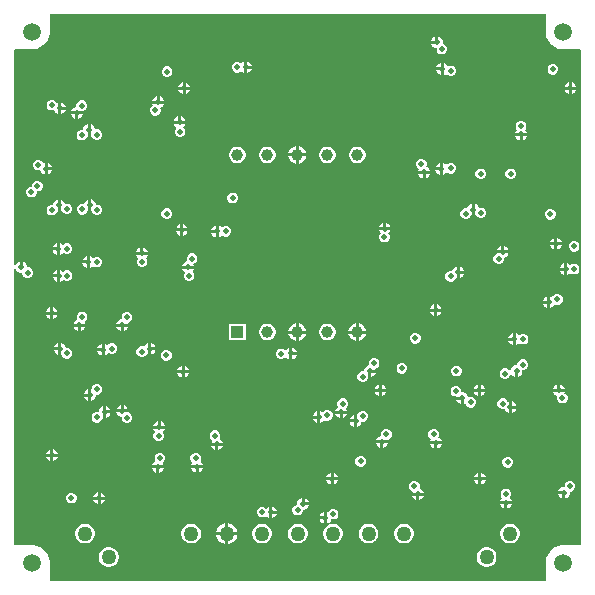
<source format=gbr>
G04*
G04 #@! TF.GenerationSoftware,Altium Limited,Altium Designer,23.8.1 (32)*
G04*
G04 Layer_Physical_Order=5*
G04 Layer_Color=16737945*
%FSLAX44Y44*%
%MOMM*%
G71*
G04*
G04 #@! TF.SameCoordinates,4E8033DB-9698-49A7-8747-1B8CF0FAEC2F*
G04*
G04*
G04 #@! TF.FilePolarity,Positive*
G04*
G01*
G75*
%ADD18C,1.0000*%
%ADD19R,1.0000X1.0000*%
%ADD20C,1.5000*%
%ADD21C,0.5000*%
%ADD22C,1.2700*%
G36*
X460023Y474915D02*
X460095Y473451D01*
X460666Y470580D01*
X461786Y467876D01*
X463412Y465442D01*
X465482Y463372D01*
X467916Y461746D01*
X470621Y460625D01*
X473492Y460054D01*
X474955Y459982D01*
X475045D01*
X489103Y459985D01*
X490001Y459087D01*
X490009Y39997D01*
X474997Y39987D01*
X473528Y39915D01*
X470645Y39342D01*
X467931Y38217D01*
X465487Y36585D01*
X463410Y34507D01*
X461777Y32064D01*
X460652Y29349D01*
X460079Y26467D01*
X460007Y24997D01*
X459995D01*
X460000Y10904D01*
X459102Y10006D01*
X40000Y9994D01*
X39998Y24995D01*
X39926Y26465D01*
X39352Y29348D01*
X38227Y32065D01*
X36594Y34509D01*
X34515Y36588D01*
X32070Y38222D01*
X29354Y39347D01*
X26470Y39921D01*
X25000Y39993D01*
X10007Y39994D01*
X9997Y273874D01*
X11266Y274127D01*
X11784Y272876D01*
X13202Y271458D01*
X15055Y270691D01*
X16769D01*
Y270011D01*
X17454Y268357D01*
X18720Y267091D01*
X20374Y266406D01*
X22164D01*
X23818Y267091D01*
X25084Y268357D01*
X25769Y270011D01*
Y271801D01*
X25084Y273455D01*
X23818Y274721D01*
X22164Y275406D01*
X21097D01*
Y276733D01*
X20330Y278586D01*
X18912Y280004D01*
X17327Y280660D01*
Y275731D01*
X14787D01*
Y280660D01*
X13202Y280004D01*
X11784Y278586D01*
X11266Y277335D01*
X9996Y277588D01*
X9988Y459098D01*
X10886Y459996D01*
X25003Y459990D01*
Y460028D01*
X26472Y460101D01*
X29353Y460674D01*
X32068Y461798D01*
X34511Y463431D01*
X36589Y465508D01*
X38221Y467951D01*
X39345Y470666D01*
X39918Y473547D01*
X39991Y475017D01*
X40026Y489974D01*
X40026Y489974D01*
X459994Y489988D01*
X460023Y474915D01*
D02*
G37*
%LPC*%
G36*
X366444Y470789D02*
X364859Y470133D01*
X363441Y468715D01*
X362785Y467130D01*
X366444D01*
Y470789D01*
D02*
G37*
G36*
X368984D02*
Y465860D01*
X367714D01*
Y464590D01*
X362785D01*
X363441Y463005D01*
X364859Y461588D01*
X366712Y460820D01*
X367676D01*
Y459365D01*
X368361Y457711D01*
X369627Y456445D01*
X371281Y455760D01*
X373071D01*
X374725Y456445D01*
X375991Y457711D01*
X376676Y459365D01*
Y461155D01*
X375991Y462809D01*
X374725Y464075D01*
X373071Y464760D01*
X373008D01*
X372754Y464858D01*
Y466863D01*
X371987Y468715D01*
X370569Y470133D01*
X368984Y470789D01*
D02*
G37*
G36*
X204824Y449639D02*
X203239Y448983D01*
X202149Y447892D01*
X201389Y448652D01*
X199735Y449337D01*
X197945D01*
X196291Y448652D01*
X195025Y447386D01*
X194340Y445732D01*
Y443942D01*
X195025Y442288D01*
X196291Y441022D01*
X197945Y440337D01*
X199735D01*
X201389Y441022D01*
X202021Y441655D01*
X203239Y440437D01*
X204824Y439781D01*
Y444710D01*
Y449639D01*
D02*
G37*
G36*
X207364D02*
Y445980D01*
X211023D01*
X210366Y447565D01*
X208949Y448983D01*
X207364Y449639D01*
D02*
G37*
G36*
X371177Y448417D02*
X369592Y447761D01*
X368174Y446343D01*
X367517Y444758D01*
X371177D01*
Y448417D01*
D02*
G37*
G36*
X211023Y443440D02*
X207364D01*
Y439781D01*
X208949Y440437D01*
X210366Y441855D01*
X211023Y443440D01*
D02*
G37*
G36*
X466999Y447587D02*
X465209D01*
X463555Y446902D01*
X462289Y445636D01*
X461604Y443982D01*
Y442192D01*
X462289Y440538D01*
X463555Y439272D01*
X465209Y438587D01*
X466999D01*
X468653Y439272D01*
X469919Y440538D01*
X470604Y442192D01*
Y443982D01*
X469919Y445636D01*
X468653Y446902D01*
X466999Y447587D01*
D02*
G37*
G36*
X371177Y442218D02*
X367517D01*
X368174Y440633D01*
X369592Y439215D01*
X371177Y438559D01*
Y442218D01*
D02*
G37*
G36*
X373717Y448417D02*
Y443488D01*
Y438559D01*
X374541Y438900D01*
X375449Y439131D01*
X376442Y438559D01*
X377051Y437950D01*
X378705Y437265D01*
X380495D01*
X382149Y437950D01*
X383415Y439216D01*
X384100Y440870D01*
Y442660D01*
X383415Y444314D01*
X382149Y445580D01*
X380495Y446265D01*
X378705D01*
X377051Y445580D01*
X377034Y445583D01*
X376719Y446343D01*
X375302Y447761D01*
X373717Y448417D01*
D02*
G37*
G36*
X140344Y445696D02*
X138554D01*
X136900Y445011D01*
X135634Y443745D01*
X134949Y442091D01*
Y440301D01*
X135634Y438647D01*
X136900Y437381D01*
X138554Y436696D01*
X140344D01*
X141998Y437381D01*
X143264Y438647D01*
X143949Y440301D01*
Y442091D01*
X143264Y443745D01*
X141998Y445011D01*
X140344Y445696D01*
D02*
G37*
G36*
X482184Y432049D02*
Y428390D01*
X485843D01*
X485187Y429975D01*
X483769Y431393D01*
X482184Y432049D01*
D02*
G37*
G36*
X479644D02*
X478059Y431393D01*
X476641Y429975D01*
X475985Y428390D01*
X479644D01*
Y432049D01*
D02*
G37*
G36*
X155125D02*
Y428390D01*
X158784D01*
X158127Y429975D01*
X156710Y431393D01*
X155125Y432049D01*
D02*
G37*
G36*
X152585D02*
X151000Y431393D01*
X149582Y429975D01*
X148926Y428390D01*
X152585D01*
Y432049D01*
D02*
G37*
G36*
X485843Y425850D02*
X482184D01*
Y422191D01*
X483769Y422847D01*
X485187Y424265D01*
X485843Y425850D01*
D02*
G37*
G36*
X479644D02*
X475985D01*
X476641Y424265D01*
X478059Y422847D01*
X479644Y422191D01*
Y425850D01*
D02*
G37*
G36*
X158784D02*
X155125D01*
Y422191D01*
X156710Y422847D01*
X158127Y424265D01*
X158784Y425850D01*
D02*
G37*
G36*
X152585D02*
X148926D01*
X149582Y424265D01*
X151000Y422847D01*
X152585Y422191D01*
Y425850D01*
D02*
G37*
G36*
X133197Y420064D02*
Y416404D01*
X136856D01*
X136200Y417989D01*
X134782Y419407D01*
X133197Y420064D01*
D02*
G37*
G36*
X130657D02*
X129072Y419407D01*
X127655Y417989D01*
X126998Y416404D01*
X130657D01*
Y420064D01*
D02*
G37*
G36*
X49862Y414890D02*
Y411231D01*
X53521D01*
X52865Y412816D01*
X51447Y414233D01*
X49862Y414890D01*
D02*
G37*
G36*
X67951Y416918D02*
X66161D01*
X64507Y416233D01*
X63241Y414967D01*
X62556Y413313D01*
Y411523D01*
X62424Y411325D01*
X62078D01*
X60225Y410558D01*
X58808Y409140D01*
X58151Y407555D01*
X68349D01*
X69046Y408371D01*
X69605Y408603D01*
X70871Y409869D01*
X71556Y411523D01*
Y413313D01*
X70871Y414967D01*
X69605Y416233D01*
X67951Y416918D01*
D02*
G37*
G36*
X53521Y408691D02*
X49862D01*
Y405032D01*
X51447Y405688D01*
X52865Y407106D01*
X53521Y408691D01*
D02*
G37*
G36*
X42795Y417290D02*
X41005D01*
X39351Y416605D01*
X38085Y415340D01*
X37400Y413686D01*
Y411895D01*
X38085Y410242D01*
X39351Y408976D01*
X41005Y408290D01*
X42795D01*
X43677Y408656D01*
X44320Y407106D01*
X45737Y405688D01*
X47322Y405032D01*
Y409961D01*
Y414890D01*
X46109Y414388D01*
X45715Y415340D01*
X44449Y416605D01*
X42795Y417290D01*
D02*
G37*
G36*
X136856Y413865D02*
X126998D01*
X127606Y412398D01*
X126900Y412106D01*
X125634Y410840D01*
X124949Y409186D01*
Y407396D01*
X125634Y405742D01*
X126900Y404476D01*
X128554Y403791D01*
X130344D01*
X131998Y404476D01*
X133264Y405742D01*
X133949Y407396D01*
Y409186D01*
X133478Y410322D01*
X134782Y410862D01*
X136200Y412280D01*
X136856Y413865D01*
D02*
G37*
G36*
X68010Y405015D02*
X64350D01*
Y401356D01*
X65935Y402013D01*
X67353Y403430D01*
X68010Y405015D01*
D02*
G37*
G36*
X61810D02*
X58151D01*
X58808Y403430D01*
X60225Y402013D01*
X61810Y401356D01*
Y405015D01*
D02*
G37*
G36*
X151252Y403371D02*
Y399712D01*
X154911D01*
X154255Y401297D01*
X152837Y402714D01*
X151252Y403371D01*
D02*
G37*
G36*
X148712D02*
X147127Y402714D01*
X145709Y401297D01*
X145053Y399712D01*
X148712D01*
Y403371D01*
D02*
G37*
G36*
X439993Y399488D02*
X438203D01*
X436549Y398802D01*
X435283Y397537D01*
X434598Y395883D01*
Y394092D01*
X435283Y392439D01*
X435954Y391768D01*
X434953Y390767D01*
X434297Y389182D01*
X444155D01*
X443499Y390767D01*
X442370Y391895D01*
X442913Y392439D01*
X443598Y394092D01*
Y395883D01*
X442913Y397537D01*
X441647Y398802D01*
X439993Y399488D01*
D02*
G37*
G36*
X154911Y397172D02*
X145053D01*
X145709Y395587D01*
X147127Y394169D01*
X147313Y393231D01*
X146700Y392618D01*
X146015Y390964D01*
Y389174D01*
X146700Y387520D01*
X147966Y386254D01*
X149620Y385569D01*
X151410D01*
X153064Y386254D01*
X154330Y387520D01*
X155015Y389174D01*
Y390964D01*
X154330Y392618D01*
X153638Y393310D01*
X153078Y393910D01*
X153638Y394970D01*
X154255Y395587D01*
X154911Y397172D01*
D02*
G37*
G36*
X74917Y396750D02*
Y391820D01*
Y386572D01*
X75803Y385884D01*
X76132Y385089D01*
X77398Y383824D01*
X79052Y383139D01*
X80842D01*
X82496Y383824D01*
X83762Y385089D01*
X84447Y386743D01*
Y388534D01*
X83762Y390188D01*
X82496Y391453D01*
X80842Y392138D01*
X79052D01*
X78687Y392382D01*
Y392823D01*
X77920Y394675D01*
X76502Y396093D01*
X74917Y396750D01*
D02*
G37*
G36*
X444155Y386642D02*
X440496D01*
Y382983D01*
X442081Y383639D01*
X443499Y385057D01*
X444155Y386642D01*
D02*
G37*
G36*
X437956D02*
X434297D01*
X434953Y385057D01*
X436371Y383639D01*
X437956Y382983D01*
Y386642D01*
D02*
G37*
G36*
X72377Y396750D02*
X70792Y396093D01*
X69374Y394675D01*
X68607Y392823D01*
Y392199D01*
X68195Y391924D01*
X66405D01*
X64751Y391239D01*
X63485Y389973D01*
X62800Y388319D01*
Y386529D01*
X63485Y384875D01*
X64751Y383609D01*
X66405Y382924D01*
X68195D01*
X69849Y383609D01*
X71115Y384875D01*
X71527Y385869D01*
X72377Y386562D01*
Y391820D01*
Y396750D01*
D02*
G37*
G36*
X250910Y378106D02*
Y371910D01*
X257106D01*
X256666Y373550D01*
X255674Y375270D01*
X254270Y376674D01*
X252550Y377666D01*
X250910Y378106D01*
D02*
G37*
G36*
X248370D02*
X246730Y377666D01*
X245010Y376674D01*
X243606Y375270D01*
X242614Y373550D01*
X242174Y371910D01*
X248370D01*
Y378106D01*
D02*
G37*
G36*
X301362Y377640D02*
X299519D01*
X297738Y377163D01*
X296142Y376241D01*
X294839Y374938D01*
X293917Y373342D01*
X293440Y371562D01*
Y369719D01*
X293917Y367938D01*
X294839Y366342D01*
X296142Y365039D01*
X297738Y364117D01*
X299519Y363640D01*
X301362D01*
X303142Y364117D01*
X304738Y365039D01*
X306041Y366342D01*
X306963Y367938D01*
X307440Y369719D01*
Y371562D01*
X306963Y373342D01*
X306041Y374938D01*
X304738Y376241D01*
X303142Y377163D01*
X301362Y377640D01*
D02*
G37*
G36*
X275962D02*
X274118D01*
X272338Y377163D01*
X270742Y376241D01*
X269439Y374938D01*
X268517Y373342D01*
X268040Y371562D01*
Y369719D01*
X268517Y367938D01*
X269439Y366342D01*
X270742Y365039D01*
X272338Y364117D01*
X274118Y363640D01*
X275962D01*
X277742Y364117D01*
X279338Y365039D01*
X280641Y366342D01*
X281563Y367938D01*
X282040Y369719D01*
Y371562D01*
X281563Y373342D01*
X280641Y374938D01*
X279338Y376241D01*
X277742Y377163D01*
X275962Y377640D01*
D02*
G37*
G36*
X225162D02*
X223319D01*
X221538Y377163D01*
X219942Y376241D01*
X218639Y374938D01*
X217717Y373342D01*
X217240Y371562D01*
Y369719D01*
X217717Y367938D01*
X218639Y366342D01*
X219942Y365039D01*
X221538Y364117D01*
X223319Y363640D01*
X225162D01*
X226942Y364117D01*
X228538Y365039D01*
X229841Y366342D01*
X230763Y367938D01*
X231240Y369719D01*
Y371562D01*
X230763Y373342D01*
X229841Y374938D01*
X228538Y376241D01*
X226942Y377163D01*
X225162Y377640D01*
D02*
G37*
G36*
X199762D02*
X197918D01*
X196138Y377163D01*
X194542Y376241D01*
X193239Y374938D01*
X192317Y373342D01*
X191840Y371562D01*
Y369719D01*
X192317Y367938D01*
X193239Y366342D01*
X194542Y365039D01*
X196138Y364117D01*
X197918Y363640D01*
X199762D01*
X201542Y364117D01*
X203138Y365039D01*
X204441Y366342D01*
X205363Y367938D01*
X205840Y369719D01*
Y371562D01*
X205363Y373342D01*
X204441Y374938D01*
X203138Y376241D01*
X201542Y377163D01*
X199762Y377640D01*
D02*
G37*
G36*
X257106Y369370D02*
X250910D01*
Y363174D01*
X252550Y363614D01*
X254270Y364607D01*
X255674Y366010D01*
X256666Y367730D01*
X257106Y369370D01*
D02*
G37*
G36*
X248370D02*
X242174D01*
X242614Y367730D01*
X243606Y366010D01*
X245010Y364607D01*
X246730Y363614D01*
X248370Y363174D01*
Y369370D01*
D02*
G37*
G36*
X380495Y363782D02*
X378705D01*
X377051Y363097D01*
X376599Y362645D01*
X374838Y362610D01*
X374408Y363040D01*
X372823Y363697D01*
Y358768D01*
Y353838D01*
X374408Y354495D01*
X375826Y355913D01*
X376476Y356042D01*
X377051Y355467D01*
X378705Y354782D01*
X380495D01*
X382149Y355467D01*
X383415Y356732D01*
X384100Y358386D01*
Y360177D01*
X383415Y361831D01*
X382149Y363097D01*
X380495Y363782D01*
D02*
G37*
G36*
X38551Y363928D02*
Y360269D01*
X42211D01*
X41554Y361853D01*
X40136Y363271D01*
X38551Y363928D01*
D02*
G37*
G36*
X370283Y363697D02*
X368698Y363040D01*
X367280Y361622D01*
X366624Y360037D01*
X370283D01*
Y363697D01*
D02*
G37*
G36*
X355734Y367095D02*
X353944D01*
X352290Y366410D01*
X351024Y365144D01*
X350339Y363490D01*
Y361700D01*
X351024Y360046D01*
X352290Y358780D01*
X352796Y358570D01*
X352149Y357007D01*
X362007D01*
X361351Y358591D01*
X359933Y360009D01*
X358829Y360467D01*
X359339Y361700D01*
Y363490D01*
X358654Y365144D01*
X357388Y366410D01*
X355734Y367095D01*
D02*
G37*
G36*
X42211Y357729D02*
X38551D01*
Y354069D01*
X40136Y354726D01*
X41554Y356144D01*
X42211Y357729D01*
D02*
G37*
G36*
X31256Y366519D02*
X29466D01*
X27812Y365834D01*
X26546Y364568D01*
X25861Y362914D01*
Y361124D01*
X26546Y359470D01*
X27812Y358204D01*
X29466Y357519D01*
X31256D01*
X32266Y357937D01*
X33009Y356144D01*
X34427Y354726D01*
X36011Y354069D01*
Y358999D01*
Y363928D01*
X34671Y363373D01*
X34176Y364568D01*
X32910Y365834D01*
X31256Y366519D01*
D02*
G37*
G36*
X370283Y357497D02*
X366624D01*
X367280Y355913D01*
X368698Y354495D01*
X370283Y353838D01*
Y357497D01*
D02*
G37*
G36*
X362007Y354467D02*
X358348D01*
Y350807D01*
X359933Y351464D01*
X361351Y352882D01*
X362007Y354467D01*
D02*
G37*
G36*
X355808D02*
X352149D01*
X352805Y352882D01*
X354223Y351464D01*
X355808Y350807D01*
Y354467D01*
D02*
G37*
G36*
X431295Y358999D02*
X429505D01*
X427851Y358314D01*
X426585Y357048D01*
X425900Y355394D01*
Y353604D01*
X426585Y351950D01*
X427851Y350684D01*
X429505Y349999D01*
X431295D01*
X432949Y350684D01*
X434215Y351950D01*
X434900Y353604D01*
Y355394D01*
X434215Y357048D01*
X432949Y358314D01*
X431295Y358999D01*
D02*
G37*
G36*
X405895Y358965D02*
X404105D01*
X402451Y358279D01*
X401185Y357014D01*
X400500Y355360D01*
Y353569D01*
X401185Y351916D01*
X402451Y350650D01*
X404105Y349965D01*
X405895D01*
X407549Y350650D01*
X408815Y351916D01*
X409500Y353569D01*
Y355360D01*
X408815Y357014D01*
X407549Y358279D01*
X405895Y358965D01*
D02*
G37*
G36*
X30606Y348672D02*
X28816D01*
X27162Y347986D01*
X25896Y346721D01*
X25211Y345067D01*
Y343543D01*
X23516D01*
X21862Y342858D01*
X20596Y341592D01*
X19911Y339938D01*
Y338148D01*
X20596Y336494D01*
X21862Y335228D01*
X23516Y334543D01*
X25306D01*
X26960Y335228D01*
X28226Y336494D01*
X28911Y338148D01*
Y339672D01*
X30606D01*
X32260Y340357D01*
X33526Y341623D01*
X34211Y343276D01*
Y345067D01*
X33526Y346721D01*
X32260Y347986D01*
X30606Y348672D01*
D02*
G37*
G36*
X195833Y338610D02*
X194042D01*
X192388Y337925D01*
X191122Y336659D01*
X190437Y335005D01*
Y333215D01*
X191122Y331561D01*
X192388Y330295D01*
X194042Y329610D01*
X195833D01*
X197486Y330295D01*
X198752Y331561D01*
X199437Y333215D01*
Y335005D01*
X198752Y336659D01*
X197486Y337925D01*
X195833Y338610D01*
D02*
G37*
G36*
X72810Y332906D02*
X71225Y332250D01*
X69807Y330832D01*
X69040Y328980D01*
X68827Y328837D01*
X68472Y328984D01*
X66682D01*
X65028Y328299D01*
X63762Y327033D01*
X63077Y325379D01*
Y323589D01*
X63762Y321935D01*
X65028Y320669D01*
X66682Y319984D01*
X68472D01*
X70126Y320669D01*
X71392Y321935D01*
X71993Y323386D01*
X72810Y323048D01*
Y327977D01*
Y332906D01*
D02*
G37*
G36*
X397294Y329286D02*
X395709Y328629D01*
X394291Y327211D01*
X393523Y325359D01*
X393396Y325273D01*
X393239Y325338D01*
X391449D01*
X389795Y324653D01*
X388529Y323387D01*
X387844Y321733D01*
Y319943D01*
X388529Y318289D01*
X389795Y317023D01*
X391449Y316338D01*
X393239D01*
X394893Y317023D01*
X396159Y318289D01*
X396728Y319662D01*
X397294Y319427D01*
Y324356D01*
Y329286D01*
D02*
G37*
G36*
X49210Y332806D02*
Y327877D01*
Y322948D01*
X50322Y323408D01*
X50785Y322290D01*
X52051Y321024D01*
X53705Y320339D01*
X55495D01*
X57149Y321024D01*
X58415Y322290D01*
X59100Y323944D01*
Y325734D01*
X58415Y327388D01*
X57149Y328654D01*
X55495Y329339D01*
X53705D01*
X52924Y329015D01*
X52213Y330732D01*
X50795Y332150D01*
X49210Y332806D01*
D02*
G37*
G36*
X75350Y332906D02*
Y327977D01*
Y323048D01*
X75502Y323111D01*
X76185Y321461D01*
X77451Y320195D01*
X79105Y319510D01*
X80895D01*
X82549Y320195D01*
X83815Y321461D01*
X84500Y323115D01*
Y324905D01*
X83815Y326559D01*
X82549Y327825D01*
X80895Y328510D01*
X79120D01*
Y328980D01*
X78353Y330832D01*
X76935Y332250D01*
X75350Y332906D01*
D02*
G37*
G36*
X46670Y332806D02*
X45085Y332150D01*
X43667Y330732D01*
X42900Y328880D01*
Y328484D01*
X42795Y328414D01*
X41005D01*
X39351Y327729D01*
X38085Y326463D01*
X37400Y324809D01*
Y323019D01*
X38085Y321365D01*
X39351Y320099D01*
X41005Y319414D01*
X42795D01*
X44449Y320099D01*
X45715Y321365D01*
X45929Y321880D01*
X46670Y322584D01*
Y327877D01*
Y332806D01*
D02*
G37*
G36*
X399833Y329286D02*
Y324356D01*
Y319427D01*
X400832Y319841D01*
X401185Y318988D01*
X402451Y317722D01*
X404105Y317037D01*
X405895D01*
X407549Y317722D01*
X408815Y318988D01*
X409500Y320641D01*
Y322432D01*
X408815Y324086D01*
X407549Y325351D01*
X405895Y326036D01*
X404105D01*
X403437Y325760D01*
X402836Y327211D01*
X401418Y328629D01*
X399833Y329286D01*
D02*
G37*
G36*
X139981Y325443D02*
X138191D01*
X136537Y324758D01*
X135271Y323493D01*
X134586Y321838D01*
Y320048D01*
X135271Y318394D01*
X136537Y317129D01*
X138191Y316443D01*
X139981D01*
X141635Y317129D01*
X142901Y318394D01*
X143586Y320048D01*
Y321838D01*
X142901Y323493D01*
X141635Y324758D01*
X139981Y325443D01*
D02*
G37*
G36*
X464857Y324746D02*
X463067D01*
X461413Y324061D01*
X460147Y322795D01*
X459462Y321141D01*
Y319350D01*
X460147Y317697D01*
X461413Y316431D01*
X463067Y315746D01*
X464857D01*
X466511Y316431D01*
X467777Y317697D01*
X468462Y319350D01*
Y321141D01*
X467777Y322795D01*
X466511Y324061D01*
X464857Y324746D01*
D02*
G37*
G36*
X324865Y313019D02*
Y309360D01*
X328525D01*
X327868Y310945D01*
X326451Y312362D01*
X324865Y313019D01*
D02*
G37*
G36*
X322326D02*
X320741Y312362D01*
X319323Y310945D01*
X318666Y309360D01*
X322326D01*
Y313019D01*
D02*
G37*
G36*
X153005Y312049D02*
Y308390D01*
X156664D01*
X156008Y309975D01*
X154590Y311393D01*
X153005Y312049D01*
D02*
G37*
G36*
X150465D02*
X148880Y311393D01*
X147463Y309975D01*
X146806Y308390D01*
X150465D01*
Y312049D01*
D02*
G37*
G36*
X180624Y310689D02*
X179039Y310033D01*
X177621Y308615D01*
X176964Y307030D01*
X180624D01*
Y310689D01*
D02*
G37*
G36*
X156664Y305850D02*
X153005D01*
Y302191D01*
X154590Y302847D01*
X156008Y304265D01*
X156664Y305850D01*
D02*
G37*
G36*
X150465D02*
X146806D01*
X147463Y304265D01*
X148880Y302847D01*
X150465Y302191D01*
Y305850D01*
D02*
G37*
G36*
X183164Y310689D02*
Y305760D01*
Y300831D01*
X184748Y301487D01*
X185949Y302687D01*
X186451Y302185D01*
X188105Y301500D01*
X189895D01*
X191549Y302185D01*
X192815Y303451D01*
X193500Y305105D01*
Y306895D01*
X192815Y308549D01*
X191549Y309815D01*
X189895Y310500D01*
X188105D01*
X186451Y309815D01*
X185709Y309073D01*
X184748Y310033D01*
X183164Y310689D01*
D02*
G37*
G36*
X180624Y304490D02*
X176964D01*
X177621Y302905D01*
X179039Y301487D01*
X180624Y300831D01*
Y304490D01*
D02*
G37*
G36*
X469993Y300381D02*
Y296722D01*
X473652D01*
X472996Y298307D01*
X471578Y299724D01*
X469993Y300381D01*
D02*
G37*
G36*
X467453D02*
X465868Y299724D01*
X464450Y298307D01*
X463794Y296722D01*
X467453D01*
Y300381D01*
D02*
G37*
G36*
X328525Y306820D02*
X318666D01*
X319323Y305235D01*
X320298Y304260D01*
X319643Y303605D01*
X318958Y301951D01*
Y300160D01*
X319643Y298507D01*
X320909Y297241D01*
X322563Y296556D01*
X324353D01*
X326007Y297241D01*
X327272Y298507D01*
X327958Y300160D01*
Y301951D01*
X327272Y303605D01*
X326755Y304122D01*
X327868Y305235D01*
X328525Y306820D01*
D02*
G37*
G36*
X46214Y295880D02*
X44629Y295223D01*
X43211Y293806D01*
X42555Y292221D01*
X46214D01*
Y295880D01*
D02*
G37*
G36*
X473652Y294182D02*
X469993D01*
Y290522D01*
X471578Y291179D01*
X472996Y292597D01*
X473652Y294182D01*
D02*
G37*
G36*
X467453D02*
X463794D01*
X464450Y292597D01*
X465868Y291179D01*
X467453Y290522D01*
Y294182D01*
D02*
G37*
G36*
X424826Y293611D02*
Y289952D01*
X428485D01*
X427829Y291537D01*
X426411Y292955D01*
X424826Y293611D01*
D02*
G37*
G36*
X422286D02*
X420701Y292955D01*
X419284Y291537D01*
X418627Y289952D01*
X422286D01*
Y293611D01*
D02*
G37*
G36*
X484930Y297634D02*
X483140D01*
X481486Y296949D01*
X480220Y295683D01*
X479535Y294029D01*
Y292239D01*
X480220Y290585D01*
X481486Y289319D01*
X483140Y288634D01*
X484930D01*
X486584Y289319D01*
X487850Y290585D01*
X488535Y292239D01*
Y294029D01*
X487850Y295683D01*
X486584Y296949D01*
X484930Y297634D01*
D02*
G37*
G36*
X119286Y292198D02*
Y288539D01*
X122945D01*
X122289Y290124D01*
X120871Y291542D01*
X119286Y292198D01*
D02*
G37*
G36*
X116746D02*
X115161Y291542D01*
X113743Y290124D01*
X113087Y288539D01*
X116746D01*
Y292198D01*
D02*
G37*
G36*
X48754Y295880D02*
Y290951D01*
Y286021D01*
X50339Y286678D01*
X51600Y287939D01*
X52051Y287488D01*
X53705Y286803D01*
X55495D01*
X57149Y287488D01*
X58415Y288754D01*
X59100Y290408D01*
Y292198D01*
X58415Y293852D01*
X57149Y295118D01*
X55495Y295803D01*
X53705D01*
X52051Y295118D01*
X51248Y294315D01*
X50339Y295223D01*
X48754Y295880D01*
D02*
G37*
G36*
X46214Y289681D02*
X42555D01*
X43211Y288096D01*
X44629Y286678D01*
X46214Y286021D01*
Y289681D01*
D02*
G37*
G36*
X71422Y284910D02*
X69837Y284254D01*
X68419Y282836D01*
X67762Y281251D01*
X71422D01*
Y284910D01*
D02*
G37*
G36*
X428485Y287412D02*
X418627D01*
X418876Y286810D01*
X417668Y286309D01*
X416402Y285044D01*
X415717Y283390D01*
Y281599D01*
X416402Y279945D01*
X417668Y278680D01*
X419322Y277994D01*
X421112D01*
X422766Y278680D01*
X424032Y279945D01*
X424717Y281599D01*
Y283390D01*
X424604Y283661D01*
X426411Y284409D01*
X427829Y285827D01*
X428485Y287412D01*
D02*
G37*
G36*
X161459Y287204D02*
X159669D01*
X158015Y286518D01*
X156749Y285252D01*
X156064Y283599D01*
Y281808D01*
X156391Y281019D01*
X156190Y280719D01*
X154338Y279952D01*
X152920Y278534D01*
X152264Y276949D01*
X162122D01*
X161581Y278254D01*
X163113Y278889D01*
X164379Y280154D01*
X165064Y281808D01*
Y283599D01*
X164379Y285252D01*
X163113Y286518D01*
X161459Y287204D01*
D02*
G37*
G36*
X122945Y285999D02*
X113087D01*
X113743Y284414D01*
X114963Y283195D01*
X114525Y282757D01*
X113840Y281103D01*
Y279313D01*
X114525Y277659D01*
X115791Y276393D01*
X117445Y275708D01*
X119235D01*
X120889Y276393D01*
X122155Y277659D01*
X122840Y279313D01*
Y281103D01*
X122155Y282757D01*
X121393Y283519D01*
X122289Y284414D01*
X122945Y285999D01*
D02*
G37*
G36*
X73962Y284910D02*
Y279981D01*
Y275052D01*
X75546Y275708D01*
X76621Y276783D01*
X77413Y275991D01*
X79067Y275306D01*
X80858D01*
X82512Y275991D01*
X83777Y277257D01*
X84462Y278911D01*
Y280701D01*
X83777Y282355D01*
X82512Y283621D01*
X80858Y284306D01*
X79067D01*
X77413Y283621D01*
X76796Y283004D01*
X75546Y284254D01*
X73962Y284910D01*
D02*
G37*
G36*
X71422Y278711D02*
X67762D01*
X68419Y277126D01*
X69837Y275708D01*
X71422Y275052D01*
Y278711D01*
D02*
G37*
G36*
X475689Y278679D02*
X474104Y278022D01*
X472686Y276604D01*
X472029Y275019D01*
X475689D01*
Y278679D01*
D02*
G37*
G36*
X387204Y276034D02*
Y272375D01*
X390863D01*
X390207Y273960D01*
X388789Y275378D01*
X387204Y276034D01*
D02*
G37*
G36*
X384664D02*
X383079Y275378D01*
X381661Y273960D01*
X380894Y272107D01*
X380824Y272061D01*
X380495Y272197D01*
X378705D01*
X377051Y271512D01*
X375785Y270246D01*
X375100Y268592D01*
Y266802D01*
X375785Y265148D01*
X377051Y263882D01*
X378705Y263197D01*
X380495D01*
X382149Y263882D01*
X383415Y265148D01*
X383961Y266467D01*
X384664Y266176D01*
Y271105D01*
Y276034D01*
D02*
G37*
G36*
X46330Y273240D02*
X44745Y272583D01*
X43328Y271165D01*
X42671Y269580D01*
X46330D01*
Y273240D01*
D02*
G37*
G36*
X478229Y278679D02*
Y273750D01*
Y268820D01*
X479814Y269477D01*
X480986Y270650D01*
X481451Y270185D01*
X483105Y269500D01*
X484895D01*
X486549Y270185D01*
X487815Y271451D01*
X488500Y273105D01*
Y274895D01*
X487815Y276549D01*
X486549Y277815D01*
X484895Y278500D01*
X483105D01*
X481451Y277815D01*
X480736Y277100D01*
X479814Y278022D01*
X478229Y278679D01*
D02*
G37*
G36*
X475689Y272479D02*
X472029D01*
X472686Y270895D01*
X474104Y269477D01*
X475689Y268820D01*
Y272479D01*
D02*
G37*
G36*
X390863Y269835D02*
X387204D01*
Y266176D01*
X388789Y266832D01*
X390207Y268250D01*
X390863Y269835D01*
D02*
G37*
G36*
X48870Y273240D02*
Y268311D01*
Y263381D01*
X50455Y264038D01*
X51513Y265096D01*
X52170Y264439D01*
X53824Y263754D01*
X55614D01*
X57268Y264439D01*
X58534Y265705D01*
X59219Y267359D01*
Y269149D01*
X58534Y270803D01*
X57268Y272069D01*
X55614Y272754D01*
X53824D01*
X52170Y272069D01*
X51570Y271469D01*
X50455Y272583D01*
X48870Y273240D01*
D02*
G37*
G36*
X162122Y274409D02*
X152264D01*
X152920Y272824D01*
X154338Y271406D01*
X154441Y270889D01*
X154338Y270786D01*
X153653Y269132D01*
Y267342D01*
X154338Y265688D01*
X155604Y264422D01*
X157258Y263737D01*
X159048D01*
X160702Y264422D01*
X161968Y265688D01*
X162653Y267342D01*
Y269132D01*
X161968Y270786D01*
X161547Y271207D01*
X161466Y272824D01*
X161502Y272912D01*
X162122Y274409D01*
D02*
G37*
G36*
X46330Y267041D02*
X42671D01*
X43328Y265455D01*
X44745Y264038D01*
X46330Y263381D01*
Y267041D01*
D02*
G37*
G36*
X470855Y252685D02*
X469065D01*
X467411Y252000D01*
X466145Y250734D01*
X464600Y250323D01*
X463786Y250660D01*
Y245730D01*
Y240801D01*
X465371Y241458D01*
X466789Y242876D01*
X467408Y244370D01*
X467411Y244370D01*
X469065Y243685D01*
X470855D01*
X472509Y244370D01*
X473775Y245636D01*
X474460Y247290D01*
Y249081D01*
X473775Y250734D01*
X472509Y252000D01*
X470855Y252685D01*
D02*
G37*
G36*
X461246Y250660D02*
X459661Y250003D01*
X458243Y248585D01*
X457587Y247001D01*
X461246D01*
Y250660D01*
D02*
G37*
G36*
Y244461D02*
X457587D01*
X458243Y242876D01*
X459661Y241458D01*
X461246Y240801D01*
Y244461D01*
D02*
G37*
G36*
X368027Y244145D02*
Y240486D01*
X371686D01*
X371030Y242071D01*
X369612Y243488D01*
X368027Y244145D01*
D02*
G37*
G36*
X365487D02*
X363902Y243488D01*
X362484Y242071D01*
X361828Y240486D01*
X365487D01*
Y244145D01*
D02*
G37*
G36*
X42997Y241557D02*
Y237898D01*
X46656D01*
X46000Y239483D01*
X44582Y240900D01*
X42997Y241557D01*
D02*
G37*
G36*
X40457D02*
X38872Y240900D01*
X37455Y239483D01*
X36798Y237898D01*
X40457D01*
Y241557D01*
D02*
G37*
G36*
X371686Y237946D02*
X368027D01*
Y234286D01*
X369612Y234943D01*
X371030Y236361D01*
X371686Y237946D01*
D02*
G37*
G36*
X365487D02*
X361828D01*
X362484Y236361D01*
X363902Y234943D01*
X365487Y234286D01*
Y237946D01*
D02*
G37*
G36*
X46656Y235358D02*
X42997D01*
Y231698D01*
X44582Y232355D01*
X46000Y233773D01*
X46656Y235358D01*
D02*
G37*
G36*
X40457D02*
X36798D01*
X37455Y233773D01*
X38872Y232355D01*
X40457Y231698D01*
Y235358D01*
D02*
G37*
G36*
X106295Y237453D02*
X104505D01*
X102851Y236768D01*
X101585Y235502D01*
X100900Y233848D01*
Y232058D01*
X100514Y231480D01*
X100427D01*
X98574Y230713D01*
X97156Y229295D01*
X96500Y227710D01*
X106619D01*
X107260Y228853D01*
X107949Y229138D01*
X109215Y230404D01*
X109900Y232058D01*
Y233848D01*
X109215Y235502D01*
X107949Y236768D01*
X106295Y237453D01*
D02*
G37*
G36*
X68345Y237897D02*
X66555D01*
X64901Y237212D01*
X63636Y235947D01*
X62950Y234293D01*
Y232502D01*
X63501Y231173D01*
X62318Y230683D01*
X60900Y229265D01*
X60244Y227680D01*
X70102D01*
X69900Y228167D01*
X69999Y229583D01*
X71265Y230849D01*
X71950Y232502D01*
Y234293D01*
X71265Y235947D01*
X69999Y237212D01*
X68345Y237897D01*
D02*
G37*
G36*
X301710Y228106D02*
Y221910D01*
X307906D01*
X307466Y223550D01*
X306474Y225270D01*
X305070Y226674D01*
X303350Y227666D01*
X301710Y228106D01*
D02*
G37*
G36*
X299170D02*
X297530Y227666D01*
X295810Y226674D01*
X294407Y225270D01*
X293414Y223550D01*
X292974Y221910D01*
X299170D01*
Y228106D01*
D02*
G37*
G36*
X250910D02*
Y221910D01*
X257106D01*
X256666Y223550D01*
X255674Y225270D01*
X254270Y226674D01*
X252550Y227666D01*
X250910Y228106D01*
D02*
G37*
G36*
X248370D02*
X246730Y227666D01*
X245010Y226674D01*
X243606Y225270D01*
X242614Y223550D01*
X242174Y221910D01*
X248370D01*
Y228106D01*
D02*
G37*
G36*
X106358Y225170D02*
X102699D01*
Y221511D01*
X104284Y222167D01*
X105702Y223585D01*
X106358Y225170D01*
D02*
G37*
G36*
X100159D02*
X96500D01*
X97156Y223585D01*
X98574Y222167D01*
X100159Y221511D01*
Y225170D01*
D02*
G37*
G36*
X70102Y225140D02*
X66443D01*
Y221481D01*
X68028Y222137D01*
X69445Y223555D01*
X70102Y225140D01*
D02*
G37*
G36*
X63903D02*
X60244D01*
X60900Y223555D01*
X62318Y222137D01*
X63903Y221481D01*
Y225140D01*
D02*
G37*
G36*
X432066Y219604D02*
X430481Y218948D01*
X429063Y217530D01*
X428407Y215945D01*
X432066D01*
Y219604D01*
D02*
G37*
G36*
X275962Y227640D02*
X274118D01*
X272338Y227163D01*
X270742Y226241D01*
X269439Y224938D01*
X268517Y223342D01*
X268040Y221562D01*
Y219718D01*
X268517Y217938D01*
X269439Y216342D01*
X270742Y215039D01*
X272338Y214117D01*
X274118Y213640D01*
X275962D01*
X277742Y214117D01*
X279338Y215039D01*
X280641Y216342D01*
X281563Y217938D01*
X282040Y219718D01*
Y221562D01*
X281563Y223342D01*
X280641Y224938D01*
X279338Y226241D01*
X277742Y227163D01*
X275962Y227640D01*
D02*
G37*
G36*
X225162D02*
X223319D01*
X221538Y227163D01*
X219942Y226241D01*
X218639Y224938D01*
X217717Y223342D01*
X217240Y221562D01*
Y219718D01*
X217717Y217938D01*
X218639Y216342D01*
X219942Y215039D01*
X221538Y214117D01*
X223319Y213640D01*
X225162D01*
X226942Y214117D01*
X228538Y215039D01*
X229841Y216342D01*
X230763Y217938D01*
X231240Y219718D01*
Y221562D01*
X230763Y223342D01*
X229841Y224938D01*
X228538Y226241D01*
X226942Y227163D01*
X225162Y227640D01*
D02*
G37*
G36*
X205840D02*
X191840D01*
Y213640D01*
X205840D01*
Y227640D01*
D02*
G37*
G36*
X307906Y219370D02*
X301710D01*
Y213174D01*
X303350Y213614D01*
X305070Y214606D01*
X306474Y216010D01*
X307466Y217730D01*
X307906Y219370D01*
D02*
G37*
G36*
X299170D02*
X292974D01*
X293414Y217730D01*
X294407Y216010D01*
X295810Y214606D01*
X297530Y213614D01*
X299170Y213174D01*
Y219370D01*
D02*
G37*
G36*
X257106D02*
X250910D01*
Y213174D01*
X252550Y213614D01*
X254270Y214606D01*
X255674Y216010D01*
X256666Y217730D01*
X257106Y219370D01*
D02*
G37*
G36*
X248370D02*
X242174D01*
X242614Y217730D01*
X243606Y216010D01*
X245010Y214606D01*
X246730Y213614D01*
X248370Y213174D01*
Y219370D01*
D02*
G37*
G36*
X350406Y219800D02*
X348616D01*
X346962Y219115D01*
X345696Y217849D01*
X345011Y216195D01*
Y214405D01*
X345696Y212751D01*
X346962Y211485D01*
X348616Y210800D01*
X350406D01*
X352061Y211485D01*
X353326Y212751D01*
X354011Y214405D01*
Y216195D01*
X353326Y217849D01*
X352061Y219115D01*
X350406Y219800D01*
D02*
G37*
G36*
X434606Y219604D02*
Y214675D01*
Y209746D01*
X436191Y210402D01*
X437417Y211629D01*
X438274Y210772D01*
X439928Y210087D01*
X441718D01*
X443372Y210772D01*
X444638Y212038D01*
X445323Y213692D01*
Y215482D01*
X444638Y217136D01*
X443372Y218402D01*
X441718Y219087D01*
X439928D01*
X438274Y218402D01*
X437505Y217633D01*
X436191Y218948D01*
X434606Y219604D01*
D02*
G37*
G36*
X432066Y213405D02*
X428407D01*
X429063Y211820D01*
X430481Y210402D01*
X432066Y209746D01*
Y213405D01*
D02*
G37*
G36*
X93399Y211185D02*
X91608D01*
X89954Y210500D01*
X88892Y209438D01*
X88311Y210018D01*
X86726Y210675D01*
Y205746D01*
Y200816D01*
X88311Y201473D01*
X88962Y202124D01*
X89954Y202871D01*
X91608Y202185D01*
X93399D01*
X95052Y202871D01*
X96318Y204136D01*
X97003Y205790D01*
Y207581D01*
X96318Y209235D01*
X95052Y210500D01*
X93399Y211185D01*
D02*
G37*
G36*
X123338Y211506D02*
X121753Y210849D01*
X120335Y209431D01*
X119763Y208050D01*
X118782Y208456D01*
X116991D01*
X115337Y207771D01*
X114072Y206505D01*
X113386Y204851D01*
Y203061D01*
X114072Y201407D01*
X115337Y200141D01*
X116991Y199456D01*
X118782D01*
X120435Y200141D01*
X121701Y201407D01*
X122026Y202191D01*
X123338Y201647D01*
Y206576D01*
Y211506D01*
D02*
G37*
G36*
X125878D02*
Y207846D01*
X129537D01*
X128880Y209431D01*
X127463Y210849D01*
X125878Y211506D01*
D02*
G37*
G36*
X47338Y211364D02*
X45753Y210707D01*
X44335Y209289D01*
X43679Y207705D01*
X47338D01*
Y211364D01*
D02*
G37*
G36*
X84186Y210675D02*
X82601Y210018D01*
X81184Y208600D01*
X80527Y207015D01*
X84186D01*
Y210675D01*
D02*
G37*
G36*
X243039Y207425D02*
X241455Y206769D01*
X240483Y205797D01*
X238931Y205748D01*
X238758Y205921D01*
X237104Y206607D01*
X235314D01*
X233660Y205921D01*
X232394Y204656D01*
X231709Y203002D01*
Y201211D01*
X232394Y199557D01*
X233660Y198292D01*
X235314Y197607D01*
X237104D01*
X238758Y198292D01*
X240024Y199557D01*
X240104Y199574D01*
X241455Y198223D01*
X243039Y197567D01*
Y202496D01*
Y207425D01*
D02*
G37*
G36*
X245579D02*
Y203766D01*
X249239D01*
X248582Y205351D01*
X247164Y206769D01*
X245579Y207425D01*
D02*
G37*
G36*
X129537Y205306D02*
X125878D01*
Y201647D01*
X127463Y202304D01*
X128880Y203722D01*
X129537Y205306D01*
D02*
G37*
G36*
X47338Y205165D02*
X43679D01*
X44335Y203580D01*
X45753Y202162D01*
X47338Y201505D01*
Y205165D01*
D02*
G37*
G36*
X84186Y204475D02*
X80527D01*
X81184Y202891D01*
X82601Y201473D01*
X84186Y200816D01*
Y204475D01*
D02*
G37*
G36*
X49878Y211364D02*
Y206435D01*
Y201505D01*
X50101Y201598D01*
X50785Y199946D01*
X52051Y198680D01*
X53705Y197995D01*
X55495D01*
X57149Y198680D01*
X58415Y199946D01*
X59100Y201600D01*
Y203390D01*
X58415Y205044D01*
X57149Y206310D01*
X55495Y206995D01*
X53705D01*
X53648Y207033D01*
Y207437D01*
X52881Y209289D01*
X51463Y210707D01*
X49878Y211364D01*
D02*
G37*
G36*
X249239Y201226D02*
X245579D01*
Y197567D01*
X247164Y198223D01*
X248582Y199641D01*
X249239Y201226D01*
D02*
G37*
G36*
X139664Y205285D02*
X137873D01*
X136219Y204600D01*
X134954Y203335D01*
X134269Y201681D01*
Y199890D01*
X134954Y198236D01*
X136219Y196971D01*
X137873Y196285D01*
X139664D01*
X141318Y196971D01*
X142583Y198236D01*
X143268Y199890D01*
Y201681D01*
X142583Y203335D01*
X141318Y204600D01*
X139664Y205285D01*
D02*
G37*
G36*
X154302Y192049D02*
Y188390D01*
X157962D01*
X157305Y189975D01*
X155887Y191393D01*
X154302Y192049D01*
D02*
G37*
G36*
X151762D02*
X150177Y191393D01*
X148760Y189975D01*
X148103Y188390D01*
X151762D01*
Y192049D01*
D02*
G37*
G36*
X441482Y197520D02*
X439691D01*
X438037Y196835D01*
X436772Y195569D01*
X436087Y193915D01*
Y192510D01*
X434303D01*
X432451Y191742D01*
X431033Y190324D01*
X430290Y188530D01*
X430230Y188493D01*
X430006Y188409D01*
X428996Y188165D01*
X428004Y189157D01*
X426350Y189842D01*
X424560D01*
X422906Y189157D01*
X421640Y187891D01*
X420955Y186237D01*
Y184447D01*
X421640Y182793D01*
X422906Y181527D01*
X424560Y180842D01*
X426350D01*
X428004Y181527D01*
X429270Y182793D01*
X429841Y184173D01*
X430449Y184398D01*
X430668Y184437D01*
X431218Y184430D01*
X432451Y183197D01*
X434036Y182540D01*
Y187470D01*
X436576D01*
Y182540D01*
X438161Y183197D01*
X439578Y184615D01*
X440346Y186467D01*
Y188472D01*
X441232Y188520D01*
X441482D01*
X443135Y189205D01*
X444401Y190471D01*
X445087Y192125D01*
Y193915D01*
X444401Y195569D01*
X443135Y196835D01*
X441482Y197520D01*
D02*
G37*
G36*
X339083Y194481D02*
X337293D01*
X335639Y193796D01*
X334373Y192530D01*
X333688Y190876D01*
Y189086D01*
X334373Y187432D01*
X335639Y186166D01*
X337293Y185481D01*
X339083D01*
X340737Y186166D01*
X342003Y187432D01*
X342688Y189086D01*
Y190876D01*
X342003Y192530D01*
X340737Y193796D01*
X339083Y194481D01*
D02*
G37*
G36*
X385375Y192003D02*
X383585D01*
X381931Y191317D01*
X380665Y190051D01*
X379980Y188398D01*
Y186607D01*
X380665Y184953D01*
X381931Y183688D01*
X383585Y183002D01*
X385375D01*
X387029Y183688D01*
X388295Y184953D01*
X388980Y186607D01*
Y188398D01*
X388295Y190051D01*
X387029Y191317D01*
X385375Y192003D01*
D02*
G37*
G36*
X316141Y186220D02*
X312482D01*
Y182561D01*
X314067Y183218D01*
X315485Y184635D01*
X316141Y186220D01*
D02*
G37*
G36*
X157962Y185850D02*
X154302D01*
Y182191D01*
X155887Y182847D01*
X157305Y184265D01*
X157962Y185850D01*
D02*
G37*
G36*
X151762D02*
X148103D01*
X148760Y184265D01*
X150177Y182847D01*
X151762Y182191D01*
Y185850D01*
D02*
G37*
G36*
X315602Y198581D02*
X313811D01*
X312157Y197896D01*
X310892Y196630D01*
X310207Y194977D01*
Y193186D01*
X310375Y192779D01*
X310209Y192530D01*
X308357Y191763D01*
X306939Y190345D01*
X306172Y188493D01*
Y187563D01*
X305876Y187365D01*
X304086D01*
X302432Y186680D01*
X301166Y185414D01*
X300481Y183760D01*
Y181970D01*
X301166Y180316D01*
X302432Y179050D01*
X304086Y178365D01*
X305876D01*
X307530Y179050D01*
X308796Y180316D01*
X309271Y181464D01*
X309942Y182169D01*
Y187490D01*
X311212D01*
Y188760D01*
X316141D01*
X315772Y189652D01*
X317256Y190266D01*
X318521Y191532D01*
X319207Y193186D01*
Y194977D01*
X318521Y196630D01*
X317256Y197896D01*
X315602Y198581D01*
D02*
G37*
G36*
X321336Y176185D02*
Y172526D01*
X324995D01*
X324339Y174111D01*
X322921Y175529D01*
X321336Y176185D01*
D02*
G37*
G36*
X318796D02*
X317211Y175529D01*
X315793Y174111D01*
X315137Y172526D01*
X318796D01*
Y176185D01*
D02*
G37*
G36*
X472270Y176109D02*
Y172450D01*
X475929D01*
X475273Y174035D01*
X473855Y175453D01*
X472270Y176109D01*
D02*
G37*
G36*
X469730D02*
X468145Y175453D01*
X466727Y174035D01*
X466071Y172450D01*
X469730D01*
Y176109D01*
D02*
G37*
G36*
X405167D02*
Y172450D01*
X408826D01*
X408170Y174035D01*
X406752Y175453D01*
X405167Y176109D01*
D02*
G37*
G36*
X402627D02*
X401042Y175453D01*
X399624Y174035D01*
X398968Y172450D01*
X402627D01*
Y176109D01*
D02*
G37*
G36*
X72759Y172245D02*
X71174Y171588D01*
X69756Y170171D01*
X69100Y168586D01*
X72759D01*
Y172245D01*
D02*
G37*
G36*
X324995Y169986D02*
X321336D01*
Y166327D01*
X322921Y166983D01*
X324339Y168401D01*
X324995Y169986D01*
D02*
G37*
G36*
X318796D02*
X315137D01*
X315793Y168401D01*
X317211Y166983D01*
X318796Y166327D01*
Y169986D01*
D02*
G37*
G36*
X408826Y169910D02*
X405167D01*
Y166251D01*
X406752Y166907D01*
X408170Y168325D01*
X408826Y169910D01*
D02*
G37*
G36*
X402627D02*
X398968D01*
X399624Y168325D01*
X401042Y166907D01*
X402627Y166251D01*
Y169910D01*
D02*
G37*
G36*
X80895Y176515D02*
X79105D01*
X77451Y175830D01*
X76185Y174564D01*
X75721Y173444D01*
X75299Y172778D01*
Y167316D01*
Y162386D01*
X76884Y163043D01*
X78302Y164461D01*
X79069Y166313D01*
Y167491D01*
X79105Y167515D01*
X80895D01*
X82549Y168200D01*
X83815Y169466D01*
X84500Y171120D01*
Y172910D01*
X83815Y174564D01*
X82549Y175830D01*
X80895Y176515D01*
D02*
G37*
G36*
X72759Y166046D02*
X69100D01*
X69756Y164461D01*
X71174Y163043D01*
X72759Y162386D01*
Y166046D01*
D02*
G37*
G36*
X475929Y169910D02*
X466071D01*
X466727Y168325D01*
X468145Y166907D01*
X469830Y166209D01*
X469567Y165575D01*
Y163785D01*
X470252Y162131D01*
X471518Y160865D01*
X473172Y160180D01*
X474962D01*
X476616Y160865D01*
X477882Y162131D01*
X478567Y163785D01*
Y165575D01*
X477882Y167229D01*
X476616Y168495D01*
X475530Y168945D01*
X475929Y169910D01*
D02*
G37*
G36*
X388053Y163242D02*
X384393D01*
X385050Y161658D01*
X386468Y160240D01*
X388053Y159583D01*
Y163242D01*
D02*
G37*
G36*
X431465Y161906D02*
Y158247D01*
X435125D01*
X434468Y159832D01*
X433050Y161250D01*
X431465Y161906D01*
D02*
G37*
G36*
X384871Y175186D02*
X383080D01*
X381427Y174501D01*
X380161Y173235D01*
X379476Y171581D01*
Y169791D01*
X380161Y168137D01*
X381427Y166871D01*
X383080Y166186D01*
X383834D01*
X384104Y165782D01*
X389323D01*
Y164512D01*
X390593D01*
Y159583D01*
X391984Y160160D01*
X392626Y158609D01*
X393892Y157343D01*
X395546Y156657D01*
X397337D01*
X398990Y157343D01*
X400256Y158609D01*
X400941Y160262D01*
Y162053D01*
X400256Y163707D01*
X398990Y164972D01*
X397337Y165658D01*
X395546D01*
X394684Y165300D01*
X394363Y165515D01*
X393595Y167367D01*
X392178Y168785D01*
X390325Y169552D01*
X388635D01*
X388476Y169791D01*
Y171581D01*
X387790Y173235D01*
X386525Y174501D01*
X384871Y175186D01*
D02*
G37*
G36*
X102728Y158764D02*
Y155105D01*
X106387D01*
X105730Y156690D01*
X104313Y158107D01*
X102728Y158764D01*
D02*
G37*
G36*
X100188D02*
X98603Y158107D01*
X97185Y156690D01*
X96529Y155105D01*
X100188D01*
Y158764D01*
D02*
G37*
G36*
X87731Y157870D02*
Y154211D01*
X91390D01*
X90734Y155796D01*
X89316Y157214D01*
X87731Y157870D01*
D02*
G37*
G36*
X288895Y164500D02*
X287105D01*
X285451Y163815D01*
X284185Y162549D01*
X283500Y160895D01*
Y159105D01*
X284185Y157451D01*
X284121Y157126D01*
X283930Y157047D01*
X282512Y155629D01*
X281856Y154045D01*
X291714D01*
X291232Y155209D01*
X291057Y155629D01*
X291423Y157059D01*
X291815Y157451D01*
X292500Y159105D01*
Y160895D01*
X291815Y162549D01*
X290549Y163815D01*
X288895Y164500D01*
D02*
G37*
G36*
X275935Y154538D02*
X274145D01*
X272491Y153853D01*
X271225Y152587D01*
X270856Y152773D01*
X270744Y152885D01*
X269159Y153542D01*
Y148612D01*
Y143683D01*
X270744Y144340D01*
X272162Y145758D01*
X272342Y146194D01*
X272491Y146223D01*
X274145Y145538D01*
X275935D01*
X277589Y146223D01*
X278855Y147489D01*
X279540Y149143D01*
Y150933D01*
X278855Y152587D01*
X277589Y153853D01*
X275935Y154538D01*
D02*
G37*
G36*
X435125Y155707D02*
X431465D01*
Y152048D01*
X433050Y152704D01*
X434468Y154122D01*
X435125Y155707D01*
D02*
G37*
G36*
X424581Y164552D02*
X422791D01*
X421137Y163867D01*
X419871Y162601D01*
X419186Y160947D01*
Y159157D01*
X419871Y157503D01*
X421137Y156237D01*
X422791Y155552D01*
X424581D01*
X425220Y155817D01*
X425923Y154122D01*
X427340Y152704D01*
X428925Y152048D01*
Y156977D01*
Y161906D01*
X427956Y161504D01*
X427501Y162601D01*
X426236Y163867D01*
X424581Y164552D01*
D02*
G37*
G36*
X305837Y153828D02*
X304047D01*
X302393Y153143D01*
X301127Y151877D01*
X300451Y150245D01*
X300259Y150324D01*
Y145395D01*
Y140466D01*
X301844Y141123D01*
X303262Y142540D01*
X304029Y144393D01*
Y144816D01*
X304047Y144828D01*
X305837D01*
X307491Y145513D01*
X308757Y146779D01*
X309442Y148433D01*
Y150223D01*
X308757Y151877D01*
X307491Y153143D01*
X305837Y153828D01*
D02*
G37*
G36*
X266619Y153542D02*
X265034Y152885D01*
X263616Y151468D01*
X262960Y149882D01*
X266619D01*
Y153542D01*
D02*
G37*
G36*
X91390Y151671D02*
X87731D01*
Y148012D01*
X89316Y148668D01*
X90734Y150086D01*
X91390Y151671D01*
D02*
G37*
G36*
X291714Y151504D02*
X288055D01*
Y147845D01*
X289640Y148502D01*
X291057Y149920D01*
X291714Y151504D01*
D02*
G37*
G36*
X285515D02*
X281856D01*
X282512Y149920D01*
X283930Y148502D01*
X285515Y147845D01*
Y151504D01*
D02*
G37*
G36*
X297719Y150324D02*
X296134Y149668D01*
X294716Y148250D01*
X294060Y146665D01*
X297719D01*
Y150324D01*
D02*
G37*
G36*
X85191Y157870D02*
X83606Y157214D01*
X82188Y155796D01*
X81421Y153944D01*
Y153329D01*
X80895Y152977D01*
X79105D01*
X77451Y152292D01*
X76185Y151026D01*
X75500Y149372D01*
Y147582D01*
X76185Y145928D01*
X77451Y144662D01*
X79105Y143977D01*
X80895D01*
X82549Y144662D01*
X83815Y145928D01*
X84267Y147020D01*
X85191Y147703D01*
Y152941D01*
Y157870D01*
D02*
G37*
G36*
X266619Y147343D02*
X262960D01*
X263616Y145758D01*
X265034Y144340D01*
X266619Y143683D01*
Y147343D01*
D02*
G37*
G36*
X106818Y152564D02*
X96529D01*
X97185Y150980D01*
X98603Y149562D01*
X100455Y148794D01*
X100979D01*
Y147058D01*
X101664Y145403D01*
X102930Y144138D01*
X104584Y143453D01*
X106374D01*
X108028Y144138D01*
X109294Y145403D01*
X109979Y147058D01*
Y148848D01*
X109294Y150502D01*
X108028Y151768D01*
X107519Y151978D01*
X106818Y152564D01*
D02*
G37*
G36*
X134032Y145070D02*
Y141411D01*
X137691D01*
X137034Y142996D01*
X135617Y144414D01*
X134032Y145070D01*
D02*
G37*
G36*
X131492D02*
X129907Y144414D01*
X128489Y142996D01*
X127832Y141411D01*
X131492D01*
Y145070D01*
D02*
G37*
G36*
X297719Y144125D02*
X294060D01*
X294716Y142540D01*
X296134Y141123D01*
X297719Y140466D01*
Y144125D01*
D02*
G37*
G36*
X325880Y138378D02*
X324090D01*
X322436Y137693D01*
X321170Y136427D01*
X320485Y134774D01*
Y132983D01*
X320489Y132973D01*
X320353Y132769D01*
X318501Y132002D01*
X317083Y130584D01*
X316426Y128999D01*
X326285D01*
X326091Y129466D01*
X327534Y130063D01*
X328800Y131329D01*
X329485Y132983D01*
Y134774D01*
X328800Y136427D01*
X327534Y137693D01*
X325880Y138378D01*
D02*
G37*
G36*
X137691Y138871D02*
X127832D01*
X128489Y137286D01*
X129369Y136407D01*
X128391Y135429D01*
X127706Y133775D01*
Y131985D01*
X128391Y130331D01*
X129657Y129065D01*
X131311Y128380D01*
X133101D01*
X134755Y129065D01*
X136021Y130331D01*
X136706Y131985D01*
Y133775D01*
X136021Y135429D01*
X135611Y135839D01*
X135617Y135869D01*
X137034Y137286D01*
X137691Y138871D01*
D02*
G37*
G36*
X365967Y138378D02*
X364176D01*
X362523Y137693D01*
X361257Y136427D01*
X360572Y134774D01*
Y132983D01*
X361257Y131329D01*
X362523Y130063D01*
X362224Y128813D01*
X362022Y128325D01*
X371880D01*
X371224Y129910D01*
X369806Y131328D01*
X369021Y131653D01*
X369572Y132983D01*
Y134774D01*
X368886Y136427D01*
X367621Y137693D01*
X365967Y138378D01*
D02*
G37*
G36*
X180895Y137380D02*
X179105D01*
X177451Y136695D01*
X176185Y135429D01*
X175500Y133775D01*
Y131985D01*
X176185Y130331D01*
X177451Y129065D01*
X177087Y127841D01*
X176770Y127074D01*
X186628D01*
X185971Y128659D01*
X184554Y130076D01*
X183833Y130375D01*
X184500Y131985D01*
Y133775D01*
X183815Y135429D01*
X182549Y136695D01*
X180895Y137380D01*
D02*
G37*
G36*
X326285Y126459D02*
X322626D01*
Y122800D01*
X324211Y123457D01*
X325628Y124874D01*
X326285Y126459D01*
D02*
G37*
G36*
X320086D02*
X316426D01*
X317083Y124874D01*
X318501Y123457D01*
X320086Y122800D01*
Y126459D01*
D02*
G37*
G36*
X371880Y125785D02*
X368221D01*
Y122126D01*
X369806Y122782D01*
X371224Y124200D01*
X371880Y125785D01*
D02*
G37*
G36*
X365681D02*
X362022D01*
X362678Y124200D01*
X364096Y122782D01*
X365681Y122126D01*
Y125785D01*
D02*
G37*
G36*
X186628Y124534D02*
X182969D01*
Y120875D01*
X184554Y121531D01*
X185971Y122949D01*
X186628Y124534D01*
D02*
G37*
G36*
X180429D02*
X176770D01*
X177426Y122949D01*
X178844Y121531D01*
X180429Y120875D01*
Y124534D01*
D02*
G37*
G36*
X43170Y121316D02*
Y117656D01*
X46829D01*
X46173Y119241D01*
X44755Y120659D01*
X43170Y121316D01*
D02*
G37*
G36*
X40630D02*
X39045Y120659D01*
X37627Y119241D01*
X36971Y117656D01*
X40630D01*
Y121316D01*
D02*
G37*
G36*
X46829Y115117D02*
X43170D01*
Y111457D01*
X44755Y112114D01*
X46173Y113532D01*
X46829Y115117D01*
D02*
G37*
G36*
X40630D02*
X36971D01*
X37627Y113532D01*
X39045Y112114D01*
X40630Y111457D01*
Y115117D01*
D02*
G37*
G36*
X164557Y118215D02*
X162766D01*
X161112Y117530D01*
X159846Y116264D01*
X159162Y114610D01*
Y112820D01*
X159846Y111166D01*
X161105Y109908D01*
X160719Y109522D01*
X160062Y107937D01*
X169921D01*
X169264Y109522D01*
X168417Y110370D01*
X167847Y110940D01*
X167904Y112197D01*
X168161Y112820D01*
Y114610D01*
X167476Y116264D01*
X166210Y117530D01*
X164557Y118215D01*
D02*
G37*
G36*
X134315D02*
X132525D01*
X130871Y117530D01*
X129605Y116264D01*
X128920Y114610D01*
Y112820D01*
X129602Y111172D01*
X128899Y110881D01*
X127482Y109463D01*
X126825Y107878D01*
X136684D01*
X136350Y108683D01*
X135969Y109900D01*
X137235Y111166D01*
X137920Y112820D01*
Y114610D01*
X137235Y116264D01*
X135969Y117530D01*
X134315Y118215D01*
D02*
G37*
G36*
X304345Y115551D02*
X302554D01*
X300900Y114866D01*
X299635Y113601D01*
X298950Y111946D01*
Y110156D01*
X299635Y108502D01*
X300900Y107236D01*
X302554Y106551D01*
X304345D01*
X305998Y107236D01*
X307264Y108502D01*
X307949Y110156D01*
Y111946D01*
X307264Y113601D01*
X305998Y114866D01*
X304345Y115551D01*
D02*
G37*
G36*
X428693Y114757D02*
X426903D01*
X425249Y114072D01*
X423983Y112806D01*
X423298Y111152D01*
Y109362D01*
X423983Y107708D01*
X425249Y106442D01*
X426903Y105757D01*
X428693D01*
X430347Y106442D01*
X431613Y107708D01*
X432298Y109362D01*
Y111152D01*
X431613Y112806D01*
X430347Y114072D01*
X428693Y114757D01*
D02*
G37*
G36*
X169921Y105397D02*
X166262D01*
Y101738D01*
X167847Y102395D01*
X169264Y103812D01*
X169921Y105397D01*
D02*
G37*
G36*
X163722D02*
X160062D01*
X160719Y103812D01*
X162137Y102395D01*
X163722Y101738D01*
Y105397D01*
D02*
G37*
G36*
X136684Y105338D02*
X133024D01*
Y101679D01*
X134609Y102335D01*
X136027Y103753D01*
X136684Y105338D01*
D02*
G37*
G36*
X130484D02*
X126825D01*
X127482Y103753D01*
X128899Y102335D01*
X130484Y101679D01*
Y105338D01*
D02*
G37*
G36*
X280529Y101485D02*
Y97825D01*
X284188D01*
X283532Y99410D01*
X282114Y100828D01*
X280529Y101485D01*
D02*
G37*
G36*
X277989D02*
X276404Y100828D01*
X274986Y99410D01*
X274330Y97825D01*
X277989D01*
Y101485D01*
D02*
G37*
G36*
X405449Y101429D02*
Y97770D01*
X409109D01*
X408452Y99355D01*
X407034Y100773D01*
X405449Y101429D01*
D02*
G37*
G36*
X402910D02*
X401325Y100773D01*
X399907Y99355D01*
X399250Y97770D01*
X402910D01*
Y101429D01*
D02*
G37*
G36*
X284188Y95285D02*
X280529D01*
Y91626D01*
X282114Y92283D01*
X283532Y93700D01*
X284188Y95285D01*
D02*
G37*
G36*
X277989D02*
X274330D01*
X274986Y93700D01*
X276404Y92283D01*
X277989Y91626D01*
Y95285D01*
D02*
G37*
G36*
X409109Y95230D02*
X405449D01*
Y91571D01*
X407034Y92227D01*
X408452Y93645D01*
X409109Y95230D01*
D02*
G37*
G36*
X402910D02*
X399250D01*
X399907Y93645D01*
X401325Y92227D01*
X402910Y91571D01*
Y95230D01*
D02*
G37*
G36*
X349562Y94372D02*
X347772D01*
X346118Y93687D01*
X344852Y92421D01*
X344167Y90767D01*
Y88977D01*
X344852Y87323D01*
X346118Y86057D01*
X347239Y85593D01*
X346892Y84756D01*
X356751D01*
X356094Y86341D01*
X354677Y87759D01*
X352958Y88471D01*
X353167Y88977D01*
Y90767D01*
X352482Y92421D01*
X351216Y93687D01*
X349562Y94372D01*
D02*
G37*
G36*
X83144Y84929D02*
Y81270D01*
X86803D01*
X86146Y82855D01*
X84729Y84273D01*
X83144Y84929D01*
D02*
G37*
G36*
X80604D02*
X79019Y84273D01*
X77601Y82855D01*
X76944Y81270D01*
X80604D01*
Y84929D01*
D02*
G37*
G36*
X481450Y94500D02*
X479660D01*
X478006Y93815D01*
X476740Y92549D01*
X476055Y90895D01*
Y89665D01*
X474230D01*
X472377Y88897D01*
X470959Y87480D01*
X470303Y85895D01*
X475232D01*
Y84625D01*
X476502D01*
Y79695D01*
X478087Y80352D01*
X479505Y81770D01*
X480272Y83622D01*
Y85500D01*
X481450D01*
X483104Y86185D01*
X484370Y87451D01*
X485055Y89105D01*
Y90895D01*
X484370Y92549D01*
X483104Y93815D01*
X481450Y94500D01*
D02*
G37*
G36*
X473962Y83355D02*
X470303D01*
X470959Y81770D01*
X472377Y80352D01*
X473962Y79695D01*
Y83355D01*
D02*
G37*
G36*
X356751Y82216D02*
X353092D01*
Y78557D01*
X354677Y79214D01*
X356094Y80631D01*
X356751Y82216D01*
D02*
G37*
G36*
X350551D02*
X346892D01*
X347549Y80631D01*
X348967Y79214D01*
X350551Y78557D01*
Y82216D01*
D02*
G37*
G36*
X427169Y88000D02*
X425379D01*
X423725Y87315D01*
X422459Y86049D01*
X421774Y84395D01*
Y82605D01*
X422459Y80951D01*
X423179Y80231D01*
X421971Y79023D01*
X421315Y77438D01*
X431173D01*
X430517Y79023D01*
X429339Y80201D01*
X430089Y80951D01*
X430774Y82605D01*
Y84395D01*
X430089Y86049D01*
X428823Y87315D01*
X427169Y88000D01*
D02*
G37*
G36*
X255883Y80211D02*
Y76551D01*
X259543D01*
X258886Y78136D01*
X257468Y79554D01*
X255883Y80211D01*
D02*
G37*
G36*
X59290Y84500D02*
X57500D01*
X55846Y83815D01*
X54580Y82549D01*
X53895Y80895D01*
Y79105D01*
X54580Y77451D01*
X55846Y76185D01*
X57500Y75500D01*
X59290D01*
X60944Y76185D01*
X62210Y77451D01*
X62895Y79105D01*
Y80895D01*
X62210Y82549D01*
X60944Y83815D01*
X59290Y84500D01*
D02*
G37*
G36*
X86803Y78730D02*
X83144D01*
Y75071D01*
X84729Y75727D01*
X86146Y77145D01*
X86803Y78730D01*
D02*
G37*
G36*
X80604D02*
X76944D01*
X77601Y77145D01*
X79019Y75727D01*
X80604Y75071D01*
Y78730D01*
D02*
G37*
G36*
X431173Y74898D02*
X427514D01*
Y71239D01*
X429099Y71895D01*
X430517Y73313D01*
X431173Y74898D01*
D02*
G37*
G36*
X424974D02*
X421315D01*
X421971Y73313D01*
X423389Y71895D01*
X424974Y71239D01*
Y74898D01*
D02*
G37*
G36*
X226110Y72912D02*
X224525Y72255D01*
X223370Y71101D01*
X222549Y71921D01*
X220895Y72607D01*
X219105D01*
X217451Y71921D01*
X216185Y70656D01*
X215500Y69002D01*
Y67211D01*
X216185Y65557D01*
X217451Y64292D01*
X219105Y63607D01*
X220895D01*
X222549Y64292D01*
X223246Y64988D01*
X224525Y63710D01*
X226110Y63053D01*
Y67983D01*
Y72912D01*
D02*
G37*
G36*
X228650D02*
Y69253D01*
X232309D01*
X231652Y70837D01*
X230235Y72255D01*
X228650Y72912D01*
D02*
G37*
G36*
X280917Y71000D02*
X279127D01*
X277473Y70315D01*
X276207Y69049D01*
X275804Y68077D01*
X274837Y68477D01*
Y63548D01*
Y58619D01*
X276422Y59275D01*
X277840Y60693D01*
X278490Y62264D01*
X279127Y62000D01*
X280917D01*
X282571Y62685D01*
X283837Y63951D01*
X284522Y65605D01*
Y67396D01*
X283837Y69049D01*
X282571Y70315D01*
X280917Y71000D01*
D02*
G37*
G36*
X253343Y80211D02*
X251758Y79554D01*
X250341Y78136D01*
X249573Y76284D01*
Y74333D01*
X249105D01*
X247451Y73648D01*
X246185Y72382D01*
X245500Y70728D01*
Y68938D01*
X246185Y67284D01*
X247451Y66018D01*
X249105Y65333D01*
X250895D01*
X252549Y66018D01*
X253815Y67284D01*
X254500Y68938D01*
Y70241D01*
X255616D01*
X257468Y71009D01*
X258886Y72427D01*
X259543Y74012D01*
X254613D01*
Y75282D01*
X253343D01*
Y80211D01*
D02*
G37*
G36*
X272297Y68477D02*
X270712Y67821D01*
X269294Y66403D01*
X268638Y64818D01*
X272297D01*
Y68477D01*
D02*
G37*
G36*
X232309Y66712D02*
X228650D01*
Y63053D01*
X230235Y63710D01*
X231652Y65128D01*
X232309Y66712D01*
D02*
G37*
G36*
X272297Y62278D02*
X268638D01*
X269294Y60693D01*
X270712Y59275D01*
X272297Y58619D01*
Y62278D01*
D02*
G37*
G36*
X191270Y58863D02*
Y51270D01*
X198863D01*
X198284Y53431D01*
X197114Y55459D01*
X195459Y57114D01*
X193431Y58284D01*
X191270Y58863D01*
D02*
G37*
G36*
X188730D02*
X186569Y58284D01*
X184541Y57114D01*
X182886Y55459D01*
X181716Y53431D01*
X181137Y51270D01*
X188730D01*
Y58863D01*
D02*
G37*
G36*
X431099Y58350D02*
X428901D01*
X426777Y57781D01*
X424873Y56682D01*
X423318Y55127D01*
X422219Y53223D01*
X421650Y51099D01*
Y48901D01*
X422219Y46777D01*
X423318Y44873D01*
X424873Y43318D01*
X426777Y42219D01*
X428901Y41650D01*
X431099D01*
X433223Y42219D01*
X435127Y43318D01*
X436682Y44873D01*
X437781Y46777D01*
X438350Y48901D01*
Y51099D01*
X437781Y53223D01*
X436682Y55127D01*
X435127Y56682D01*
X433223Y57781D01*
X431099Y58350D01*
D02*
G37*
G36*
X341099D02*
X338901D01*
X336777Y57781D01*
X334873Y56682D01*
X333318Y55127D01*
X332219Y53223D01*
X331650Y51099D01*
Y48901D01*
X332219Y46777D01*
X333318Y44873D01*
X334873Y43318D01*
X336777Y42219D01*
X338901Y41650D01*
X341099D01*
X343223Y42219D01*
X345127Y43318D01*
X346682Y44873D01*
X347781Y46777D01*
X348350Y48901D01*
Y51099D01*
X347781Y53223D01*
X346682Y55127D01*
X345127Y56682D01*
X343223Y57781D01*
X341099Y58350D01*
D02*
G37*
G36*
X311099D02*
X308901D01*
X306777Y57781D01*
X304873Y56682D01*
X303318Y55127D01*
X302219Y53223D01*
X301650Y51099D01*
Y48901D01*
X302219Y46777D01*
X303318Y44873D01*
X304873Y43318D01*
X306777Y42219D01*
X308901Y41650D01*
X311099D01*
X313223Y42219D01*
X315127Y43318D01*
X316682Y44873D01*
X317781Y46777D01*
X318350Y48901D01*
Y51099D01*
X317781Y53223D01*
X316682Y55127D01*
X315127Y56682D01*
X313223Y57781D01*
X311099Y58350D01*
D02*
G37*
G36*
X281099D02*
X278901D01*
X276777Y57781D01*
X274873Y56682D01*
X273318Y55127D01*
X272219Y53223D01*
X271650Y51099D01*
Y48901D01*
X272219Y46777D01*
X273318Y44873D01*
X274873Y43318D01*
X276777Y42219D01*
X278901Y41650D01*
X281099D01*
X283223Y42219D01*
X285127Y43318D01*
X286682Y44873D01*
X287781Y46777D01*
X288350Y48901D01*
Y51099D01*
X287781Y53223D01*
X286682Y55127D01*
X285127Y56682D01*
X283223Y57781D01*
X281099Y58350D01*
D02*
G37*
G36*
X251099D02*
X248901D01*
X246777Y57781D01*
X244873Y56682D01*
X243318Y55127D01*
X242219Y53223D01*
X241650Y51099D01*
Y48901D01*
X242219Y46777D01*
X243318Y44873D01*
X244873Y43318D01*
X246777Y42219D01*
X248901Y41650D01*
X251099D01*
X253223Y42219D01*
X255127Y43318D01*
X256682Y44873D01*
X257781Y46777D01*
X258350Y48901D01*
Y51099D01*
X257781Y53223D01*
X256682Y55127D01*
X255127Y56682D01*
X253223Y57781D01*
X251099Y58350D01*
D02*
G37*
G36*
X221099D02*
X218901D01*
X216777Y57781D01*
X214873Y56682D01*
X213318Y55127D01*
X212219Y53223D01*
X211650Y51099D01*
Y48901D01*
X212219Y46777D01*
X213318Y44873D01*
X214873Y43318D01*
X216777Y42219D01*
X218901Y41650D01*
X221099D01*
X223223Y42219D01*
X225127Y43318D01*
X226682Y44873D01*
X227781Y46777D01*
X228350Y48901D01*
Y51099D01*
X227781Y53223D01*
X226682Y55127D01*
X225127Y56682D01*
X223223Y57781D01*
X221099Y58350D01*
D02*
G37*
G36*
X161099D02*
X158901D01*
X156777Y57781D01*
X154873Y56682D01*
X153318Y55127D01*
X152219Y53223D01*
X151650Y51099D01*
Y48901D01*
X152219Y46777D01*
X153318Y44873D01*
X154873Y43318D01*
X156777Y42219D01*
X158901Y41650D01*
X161099D01*
X163223Y42219D01*
X165127Y43318D01*
X166682Y44873D01*
X167781Y46777D01*
X168350Y48901D01*
Y51099D01*
X167781Y53223D01*
X166682Y55127D01*
X165127Y56682D01*
X163223Y57781D01*
X161099Y58350D01*
D02*
G37*
G36*
X71099D02*
X68901D01*
X66777Y57781D01*
X64873Y56682D01*
X63318Y55127D01*
X62219Y53223D01*
X61650Y51099D01*
Y48901D01*
X62219Y46777D01*
X63318Y44873D01*
X64873Y43318D01*
X66777Y42219D01*
X68901Y41650D01*
X71099D01*
X73223Y42219D01*
X75127Y43318D01*
X76682Y44873D01*
X77781Y46777D01*
X78350Y48901D01*
Y51099D01*
X77781Y53223D01*
X76682Y55127D01*
X75127Y56682D01*
X73223Y57781D01*
X71099Y58350D01*
D02*
G37*
G36*
X198863Y48730D02*
X191270D01*
Y41137D01*
X193431Y41716D01*
X195459Y42886D01*
X197114Y44541D01*
X198284Y46569D01*
X198863Y48730D01*
D02*
G37*
G36*
X188730D02*
X181137D01*
X181716Y46569D01*
X182886Y44541D01*
X184541Y42886D01*
X186569Y41716D01*
X188730Y41137D01*
Y48730D01*
D02*
G37*
G36*
X411099Y38350D02*
X408901D01*
X406777Y37781D01*
X404873Y36682D01*
X403318Y35127D01*
X402219Y33223D01*
X401650Y31099D01*
Y28901D01*
X402219Y26777D01*
X403318Y24873D01*
X404873Y23318D01*
X406777Y22219D01*
X408901Y21650D01*
X411099D01*
X413223Y22219D01*
X415127Y23318D01*
X416682Y24873D01*
X417781Y26777D01*
X418350Y28901D01*
Y31099D01*
X417781Y33223D01*
X416682Y35127D01*
X415127Y36682D01*
X413223Y37781D01*
X411099Y38350D01*
D02*
G37*
G36*
X91099D02*
X88901D01*
X86777Y37781D01*
X84873Y36682D01*
X83318Y35127D01*
X82219Y33223D01*
X81650Y31099D01*
Y28901D01*
X82219Y26777D01*
X83318Y24873D01*
X84873Y23318D01*
X86777Y22219D01*
X88901Y21650D01*
X91099D01*
X93223Y22219D01*
X95127Y23318D01*
X96682Y24873D01*
X97781Y26777D01*
X98350Y28901D01*
Y31099D01*
X97781Y33223D01*
X96682Y35127D01*
X95127Y36682D01*
X93223Y37781D01*
X91099Y38350D01*
D02*
G37*
%LPD*%
D18*
X198840Y370640D02*
D03*
X224240D02*
D03*
X249640D02*
D03*
X275040D02*
D03*
X300440D02*
D03*
Y220640D02*
D03*
X275040D02*
D03*
X249640D02*
D03*
X224240D02*
D03*
D19*
X198840D02*
D03*
D20*
X25000Y475000D02*
D03*
X475000Y25000D02*
D03*
X25000D02*
D03*
X475000Y475000D02*
D03*
D21*
X150515Y390069D02*
D03*
X149982Y398442D02*
D03*
X439226Y387912D02*
D03*
X372176Y460260D02*
D03*
X367714Y465860D02*
D03*
X372447Y443488D02*
D03*
X357078Y355737D02*
D03*
X371553Y358768D02*
D03*
X398563Y324356D02*
D03*
X385934Y271105D02*
D03*
X423556Y288682D02*
D03*
X476959Y273750D02*
D03*
X462516Y245730D02*
D03*
X433336Y214675D02*
D03*
X435306Y187470D02*
D03*
X471000Y171180D02*
D03*
X474067Y164680D02*
D03*
X430195Y156977D02*
D03*
X323596Y308090D02*
D03*
X206094Y444710D02*
D03*
X286785Y152774D02*
D03*
X288000Y160000D02*
D03*
X311212Y187490D02*
D03*
X267889Y148612D02*
D03*
X298989Y145395D02*
D03*
X321356Y127729D02*
D03*
X366951Y127055D02*
D03*
X475232Y84625D02*
D03*
X480555Y90000D02*
D03*
X426244Y76168D02*
D03*
X273567Y63548D02*
D03*
X254613Y75282D02*
D03*
X227380Y67983D02*
D03*
X244309Y202496D02*
D03*
X236209Y202107D02*
D03*
X101429Y226440D02*
D03*
X124608Y206576D02*
D03*
X181699Y125804D02*
D03*
X164991Y106667D02*
D03*
X131754Y106608D02*
D03*
X132762Y140141D02*
D03*
X101458Y153834D02*
D03*
X86461Y152941D02*
D03*
X74029Y167316D02*
D03*
X48608Y206435D02*
D03*
X85456Y205746D02*
D03*
X65173Y226410D02*
D03*
X181894Y305760D02*
D03*
X160564Y282703D02*
D03*
X157193Y275679D02*
D03*
X189000Y306000D02*
D03*
X131927Y415135D02*
D03*
X63080Y406285D02*
D03*
X48592Y409961D02*
D03*
X73647Y391820D02*
D03*
X80000Y324010D02*
D03*
X24411Y339043D02*
D03*
X37281Y358999D02*
D03*
X74080Y327977D02*
D03*
X47940Y327877D02*
D03*
X118016Y287269D02*
D03*
X72692Y279981D02*
D03*
X47600Y268311D02*
D03*
X47484Y290951D02*
D03*
X16057Y275731D02*
D03*
X139449Y441196D02*
D03*
X129449Y408291D02*
D03*
X153855Y427120D02*
D03*
X139086Y320943D02*
D03*
X138769Y200785D02*
D03*
X320066Y171256D02*
D03*
X323458Y301056D02*
D03*
X118340Y280208D02*
D03*
X158153Y268237D02*
D03*
X389323Y164512D02*
D03*
X484035Y293134D02*
D03*
X468723Y295452D02*
D03*
X439098Y394988D02*
D03*
X30361Y362019D02*
D03*
X349511Y215300D02*
D03*
X440823Y214587D02*
D03*
X79963Y279806D02*
D03*
X58395Y80000D02*
D03*
X81874D02*
D03*
X250000Y69833D02*
D03*
X280022Y66500D02*
D03*
X220000Y68106D02*
D03*
X426274Y83500D02*
D03*
X403897Y171180D02*
D03*
X194937Y334110D02*
D03*
X198840Y444837D02*
D03*
X304942Y149328D02*
D03*
X366757Y239216D02*
D03*
X423686Y160052D02*
D03*
X484000Y274000D02*
D03*
X463962Y320246D02*
D03*
X365072Y133878D02*
D03*
X324985D02*
D03*
X396441Y161157D02*
D03*
X348667Y89872D02*
D03*
X351822Y83486D02*
D03*
X314706Y194081D02*
D03*
X384480Y187502D02*
D03*
X304981Y182865D02*
D03*
X469960Y248185D02*
D03*
X440587Y193020D02*
D03*
X383976Y170686D02*
D03*
X338188Y189981D02*
D03*
X379600Y267697D02*
D03*
X392344Y320838D02*
D03*
X420217Y282495D02*
D03*
X405000Y321536D02*
D03*
X430400Y354499D02*
D03*
X405000Y354464D02*
D03*
X275040Y150038D02*
D03*
X379600Y359282D02*
D03*
Y441765D02*
D03*
X354839Y362595D02*
D03*
X21269Y270906D02*
D03*
X105400Y232953D02*
D03*
X67450Y233398D02*
D03*
X92503Y206685D02*
D03*
X29711Y344172D02*
D03*
X41900Y323914D02*
D03*
X54600Y202495D02*
D03*
X67056Y412418D02*
D03*
X79947Y387639D02*
D03*
X180000Y132880D02*
D03*
X163661Y113715D02*
D03*
X133420D02*
D03*
X132206Y132880D02*
D03*
X54719Y268254D02*
D03*
X67577Y324484D02*
D03*
X117886Y203956D02*
D03*
X105479Y147953D02*
D03*
X80000Y148477D02*
D03*
Y172015D02*
D03*
X67300Y387424D02*
D03*
X41900Y412790D02*
D03*
X54600Y324839D02*
D03*
X41727Y236628D02*
D03*
X54600Y291303D02*
D03*
X480914Y427120D02*
D03*
X466104Y443087D02*
D03*
X425455Y185342D02*
D03*
X279259Y96555D02*
D03*
X303449Y111051D02*
D03*
X404179Y96500D02*
D03*
X427798Y110257D02*
D03*
X153032Y187120D02*
D03*
X151735Y307120D02*
D03*
X41900Y116386D02*
D03*
D22*
X90000Y30000D02*
D03*
X430000Y50000D02*
D03*
X410000Y30000D02*
D03*
X70000Y50000D02*
D03*
X220000D02*
D03*
X340000D02*
D03*
X160000D02*
D03*
X310000D02*
D03*
X190000D02*
D03*
X250000D02*
D03*
X280000D02*
D03*
M02*

</source>
